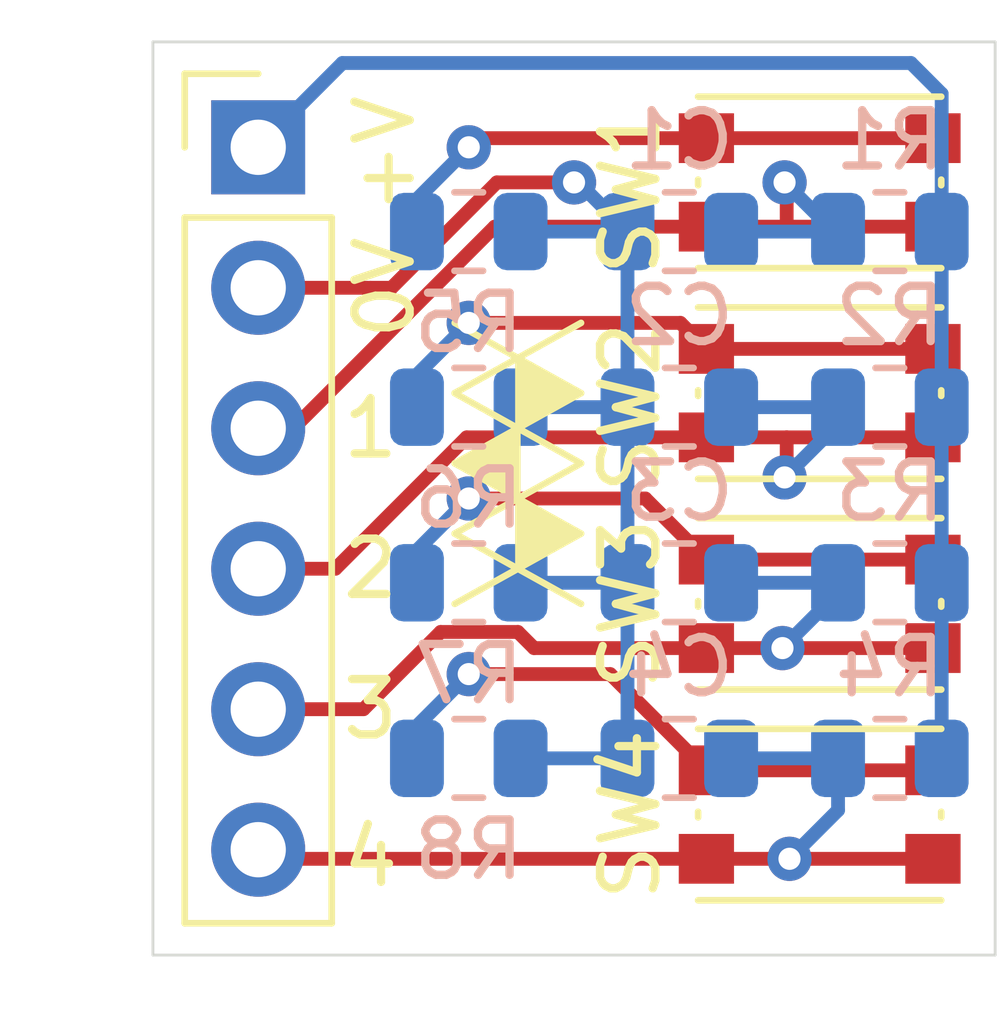
<source format=kicad_pcb>
(kicad_pcb (version 20171130) (host pcbnew "(5.1.2)-1")

  (general
    (thickness 1.6)
    (drawings 10)
    (tracks 86)
    (zones 0)
    (modules 18)
    (nets 11)
  )

  (page A4)
  (layers
    (0 F.Cu signal)
    (31 B.Cu signal)
    (32 B.Adhes user)
    (33 F.Adhes user)
    (34 B.Paste user)
    (35 F.Paste user)
    (36 B.SilkS user)
    (37 F.SilkS user)
    (38 B.Mask user)
    (39 F.Mask user)
    (40 Dwgs.User user)
    (41 Cmts.User user)
    (42 Eco1.User user)
    (43 Eco2.User user)
    (44 Edge.Cuts user)
    (45 Margin user)
    (46 B.CrtYd user)
    (47 F.CrtYd user)
    (48 B.Fab user)
    (49 F.Fab user)
  )

  (setup
    (last_trace_width 0.25)
    (trace_clearance 0.2)
    (zone_clearance 0.508)
    (zone_45_only no)
    (trace_min 0.2)
    (via_size 0.8)
    (via_drill 0.4)
    (via_min_size 0.4)
    (via_min_drill 0.3)
    (uvia_size 0.3)
    (uvia_drill 0.1)
    (uvias_allowed no)
    (uvia_min_size 0.2)
    (uvia_min_drill 0.1)
    (edge_width 0.05)
    (segment_width 0.2)
    (pcb_text_width 0.3)
    (pcb_text_size 1.5 1.5)
    (mod_edge_width 0.12)
    (mod_text_size 1 1)
    (mod_text_width 0.15)
    (pad_size 1.524 1.524)
    (pad_drill 0.762)
    (pad_to_mask_clearance 0.051)
    (solder_mask_min_width 0.25)
    (aux_axis_origin 0 0)
    (visible_elements 7FFFFFFF)
    (pcbplotparams
      (layerselection 0x010fc_ffffffff)
      (usegerberextensions false)
      (usegerberattributes false)
      (usegerberadvancedattributes false)
      (creategerberjobfile false)
      (excludeedgelayer true)
      (linewidth 0.100000)
      (plotframeref false)
      (viasonmask false)
      (mode 1)
      (useauxorigin false)
      (hpglpennumber 1)
      (hpglpenspeed 20)
      (hpglpendiameter 15.000000)
      (psnegative false)
      (psa4output false)
      (plotreference true)
      (plotvalue true)
      (plotinvisibletext false)
      (padsonsilk false)
      (subtractmaskfromsilk false)
      (outputformat 1)
      (mirror false)
      (drillshape 0)
      (scaleselection 1)
      (outputdirectory "gbr/"))
  )

  (net 0 "")
  (net 1 GND)
  (net 2 OUT1)
  (net 3 OUT2)
  (net 4 OUT3)
  (net 5 OUT4)
  (net 6 +V)
  (net 7 "Net-(R5-Pad1)")
  (net 8 "Net-(R6-Pad1)")
  (net 9 "Net-(R7-Pad1)")
  (net 10 "Net-(R8-Pad1)")

  (net_class Default "This is the default net class."
    (clearance 0.2)
    (trace_width 0.25)
    (via_dia 0.8)
    (via_drill 0.4)
    (uvia_dia 0.3)
    (uvia_drill 0.1)
    (add_net +V)
    (add_net GND)
    (add_net "Net-(R5-Pad1)")
    (add_net "Net-(R6-Pad1)")
    (add_net "Net-(R7-Pad1)")
    (add_net "Net-(R8-Pad1)")
    (add_net OUT1)
    (add_net OUT2)
    (add_net OUT3)
    (add_net OUT4)
  )

  (module Symbol:Logo_WM (layer F.Cu) (tedit 5EA02B73) (tstamp 5EA561FB)
    (at 111.379 86.995 90)
    (fp_text reference REF** (at 0 -2.286 90) (layer F.SilkS) hide
      (effects (font (size 1 1) (thickness 0.15)))
    )
    (fp_text value Logo_WM (at 0 2.032 90) (layer F.Fab)
      (effects (font (size 1 1) (thickness 0.15)))
    )
    (fp_poly (pts (xy 0.635 0) (xy 1.905 0) (xy 1.27 1.143)) (layer F.SilkS) (width 0.1))
    (fp_poly (pts (xy -0.635 0) (xy 0.635 0) (xy 0 -1.143)) (layer F.SilkS) (width 0.1))
    (fp_poly (pts (xy -1.905 0) (xy -0.635 0) (xy -1.27 1.143)) (layer F.SilkS) (width 0.1))
    (fp_line (start 1.905 0) (end 2.54 1.143) (layer F.SilkS) (width 0.12))
    (fp_line (start 2.54 -1.143) (end 1.905 0) (layer F.SilkS) (width 0.12))
    (fp_line (start -2.54 1.143) (end -1.905 0) (layer F.SilkS) (width 0.12))
    (fp_line (start -1.905 0) (end -2.54 -1.143) (layer F.SilkS) (width 0.12))
    (fp_line (start -0.635 0) (end -1.27 -1.143) (layer F.SilkS) (width 0.12))
    (fp_line (start -1.905 0) (end -1.27 1.143) (layer F.SilkS) (width 0.12))
    (fp_line (start -1.27 -1.143) (end -1.905 0) (layer F.SilkS) (width 0.12))
    (fp_line (start -1.27 1.143) (end -0.635 0) (layer F.SilkS) (width 0.12))
    (fp_line (start 1.27 -1.143) (end 0.635 0) (layer F.SilkS) (width 0.12))
    (fp_line (start 0.635 0) (end 1.27 1.143) (layer F.SilkS) (width 0.12))
    (fp_line (start 1.27 1.143) (end 1.905 0) (layer F.SilkS) (width 0.12))
    (fp_line (start 1.905 0) (end 1.27 -1.143) (layer F.SilkS) (width 0.12))
    (fp_line (start 0.635 0) (end 0 -1.143) (layer F.SilkS) (width 0.12))
    (fp_line (start 0 1.143) (end 0.635 0) (layer F.SilkS) (width 0.12))
    (fp_line (start -0.635 0) (end 0 1.143) (layer F.SilkS) (width 0.12))
    (fp_line (start 0 -1.143) (end -0.635 0) (layer F.SilkS) (width 0.12))
  )

  (module Button_Switch_SMD:SW_Push_1P1T_NO_CK_KMR2 (layer F.Cu) (tedit 5A02FC95) (tstamp 5EA5536B)
    (at 116.84 93.345)
    (descr "CK components KMR2 tactile switch http://www.ckswitches.com/media/1479/kmr2.pdf")
    (tags "tactile switch kmr2")
    (path /5EA75854)
    (attr smd)
    (fp_text reference SW4 (at -3.429 0 90) (layer F.SilkS)
      (effects (font (size 1 1) (thickness 0.15)))
    )
    (fp_text value SW_Push (at 0 2.55) (layer F.Fab)
      (effects (font (size 1 1) (thickness 0.15)))
    )
    (fp_line (start -2.2 0.05) (end -2.2 -0.05) (layer F.SilkS) (width 0.12))
    (fp_line (start 2.2 -1.55) (end -2.2 -1.55) (layer F.SilkS) (width 0.12))
    (fp_line (start -2.2 1.55) (end 2.2 1.55) (layer F.SilkS) (width 0.12))
    (fp_circle (center 0 0) (end 0 0.8) (layer F.Fab) (width 0.1))
    (fp_line (start -2.8 1.8) (end -2.8 -1.8) (layer F.CrtYd) (width 0.05))
    (fp_line (start 2.8 1.8) (end -2.8 1.8) (layer F.CrtYd) (width 0.05))
    (fp_line (start 2.8 -1.8) (end 2.8 1.8) (layer F.CrtYd) (width 0.05))
    (fp_line (start -2.8 -1.8) (end 2.8 -1.8) (layer F.CrtYd) (width 0.05))
    (fp_line (start 2.2 0.05) (end 2.2 -0.05) (layer F.SilkS) (width 0.12))
    (fp_line (start -2.1 1.4) (end -2.1 -1.4) (layer F.Fab) (width 0.1))
    (fp_line (start 2.1 1.4) (end -2.1 1.4) (layer F.Fab) (width 0.1))
    (fp_line (start 2.1 -1.4) (end 2.1 1.4) (layer F.Fab) (width 0.1))
    (fp_line (start -2.1 -1.4) (end 2.1 -1.4) (layer F.Fab) (width 0.1))
    (fp_text user %R (at 0 -2.45) (layer F.Fab)
      (effects (font (size 1 1) (thickness 0.15)))
    )
    (pad 2 smd rect (at 2.05 0.8 90) (size 0.9 1) (layers F.Cu F.Paste F.Mask)
      (net 5 OUT4))
    (pad 1 smd rect (at 2.05 -0.8 90) (size 0.9 1) (layers F.Cu F.Paste F.Mask)
      (net 10 "Net-(R8-Pad1)"))
    (pad 2 smd rect (at -2.05 0.8 90) (size 0.9 1) (layers F.Cu F.Paste F.Mask)
      (net 5 OUT4))
    (pad 1 smd rect (at -2.05 -0.8 90) (size 0.9 1) (layers F.Cu F.Paste F.Mask)
      (net 10 "Net-(R8-Pad1)"))
    (model ${KISYS3DMOD}/Button_Switch_SMD.3dshapes/SW_Push_1P1T_NO_CK_KMR2.wrl
      (at (xyz 0 0 0))
      (scale (xyz 1 1 1))
      (rotate (xyz 0 0 0))
    )
  )

  (module Button_Switch_SMD:SW_Push_1P1T_NO_CK_KMR2 (layer F.Cu) (tedit 5A02FC95) (tstamp 5EA55355)
    (at 116.84 89.535)
    (descr "CK components KMR2 tactile switch http://www.ckswitches.com/media/1479/kmr2.pdf")
    (tags "tactile switch kmr2")
    (path /5EA73A37)
    (attr smd)
    (fp_text reference SW3 (at -3.429 0 90) (layer F.SilkS)
      (effects (font (size 1 1) (thickness 0.15)))
    )
    (fp_text value SW_Push (at 0 2.55) (layer F.Fab)
      (effects (font (size 1 1) (thickness 0.15)))
    )
    (fp_line (start -2.2 0.05) (end -2.2 -0.05) (layer F.SilkS) (width 0.12))
    (fp_line (start 2.2 -1.55) (end -2.2 -1.55) (layer F.SilkS) (width 0.12))
    (fp_line (start -2.2 1.55) (end 2.2 1.55) (layer F.SilkS) (width 0.12))
    (fp_circle (center 0 0) (end 0 0.8) (layer F.Fab) (width 0.1))
    (fp_line (start -2.8 1.8) (end -2.8 -1.8) (layer F.CrtYd) (width 0.05))
    (fp_line (start 2.8 1.8) (end -2.8 1.8) (layer F.CrtYd) (width 0.05))
    (fp_line (start 2.8 -1.8) (end 2.8 1.8) (layer F.CrtYd) (width 0.05))
    (fp_line (start -2.8 -1.8) (end 2.8 -1.8) (layer F.CrtYd) (width 0.05))
    (fp_line (start 2.2 0.05) (end 2.2 -0.05) (layer F.SilkS) (width 0.12))
    (fp_line (start -2.1 1.4) (end -2.1 -1.4) (layer F.Fab) (width 0.1))
    (fp_line (start 2.1 1.4) (end -2.1 1.4) (layer F.Fab) (width 0.1))
    (fp_line (start 2.1 -1.4) (end 2.1 1.4) (layer F.Fab) (width 0.1))
    (fp_line (start -2.1 -1.4) (end 2.1 -1.4) (layer F.Fab) (width 0.1))
    (fp_text user %R (at 0 -2.45) (layer F.Fab)
      (effects (font (size 1 1) (thickness 0.15)))
    )
    (pad 2 smd rect (at 2.05 0.8 90) (size 0.9 1) (layers F.Cu F.Paste F.Mask)
      (net 4 OUT3))
    (pad 1 smd rect (at 2.05 -0.8 90) (size 0.9 1) (layers F.Cu F.Paste F.Mask)
      (net 9 "Net-(R7-Pad1)"))
    (pad 2 smd rect (at -2.05 0.8 90) (size 0.9 1) (layers F.Cu F.Paste F.Mask)
      (net 4 OUT3))
    (pad 1 smd rect (at -2.05 -0.8 90) (size 0.9 1) (layers F.Cu F.Paste F.Mask)
      (net 9 "Net-(R7-Pad1)"))
    (model ${KISYS3DMOD}/Button_Switch_SMD.3dshapes/SW_Push_1P1T_NO_CK_KMR2.wrl
      (at (xyz 0 0 0))
      (scale (xyz 1 1 1))
      (rotate (xyz 0 0 0))
    )
  )

  (module Button_Switch_SMD:SW_Push_1P1T_NO_CK_KMR2 (layer F.Cu) (tedit 5A02FC95) (tstamp 5EA5533F)
    (at 116.84 85.725)
    (descr "CK components KMR2 tactile switch http://www.ckswitches.com/media/1479/kmr2.pdf")
    (tags "tactile switch kmr2")
    (path /5EA70590)
    (attr smd)
    (fp_text reference SW2 (at -3.429 0.254 90) (layer F.SilkS)
      (effects (font (size 1 1) (thickness 0.15)))
    )
    (fp_text value SW_Push (at 0 2.55) (layer F.Fab)
      (effects (font (size 1 1) (thickness 0.15)))
    )
    (fp_line (start -2.2 0.05) (end -2.2 -0.05) (layer F.SilkS) (width 0.12))
    (fp_line (start 2.2 -1.55) (end -2.2 -1.55) (layer F.SilkS) (width 0.12))
    (fp_line (start -2.2 1.55) (end 2.2 1.55) (layer F.SilkS) (width 0.12))
    (fp_circle (center 0 0) (end 0 0.8) (layer F.Fab) (width 0.1))
    (fp_line (start -2.8 1.8) (end -2.8 -1.8) (layer F.CrtYd) (width 0.05))
    (fp_line (start 2.8 1.8) (end -2.8 1.8) (layer F.CrtYd) (width 0.05))
    (fp_line (start 2.8 -1.8) (end 2.8 1.8) (layer F.CrtYd) (width 0.05))
    (fp_line (start -2.8 -1.8) (end 2.8 -1.8) (layer F.CrtYd) (width 0.05))
    (fp_line (start 2.2 0.05) (end 2.2 -0.05) (layer F.SilkS) (width 0.12))
    (fp_line (start -2.1 1.4) (end -2.1 -1.4) (layer F.Fab) (width 0.1))
    (fp_line (start 2.1 1.4) (end -2.1 1.4) (layer F.Fab) (width 0.1))
    (fp_line (start 2.1 -1.4) (end 2.1 1.4) (layer F.Fab) (width 0.1))
    (fp_line (start -2.1 -1.4) (end 2.1 -1.4) (layer F.Fab) (width 0.1))
    (fp_text user %R (at 0 -2.45) (layer F.Fab)
      (effects (font (size 1 1) (thickness 0.15)))
    )
    (pad 2 smd rect (at 2.05 0.8 90) (size 0.9 1) (layers F.Cu F.Paste F.Mask)
      (net 3 OUT2))
    (pad 1 smd rect (at 2.05 -0.8 90) (size 0.9 1) (layers F.Cu F.Paste F.Mask)
      (net 8 "Net-(R6-Pad1)"))
    (pad 2 smd rect (at -2.05 0.8 90) (size 0.9 1) (layers F.Cu F.Paste F.Mask)
      (net 3 OUT2))
    (pad 1 smd rect (at -2.05 -0.8 90) (size 0.9 1) (layers F.Cu F.Paste F.Mask)
      (net 8 "Net-(R6-Pad1)"))
    (model ${KISYS3DMOD}/Button_Switch_SMD.3dshapes/SW_Push_1P1T_NO_CK_KMR2.wrl
      (at (xyz 0 0 0))
      (scale (xyz 1 1 1))
      (rotate (xyz 0 0 0))
    )
  )

  (module Button_Switch_SMD:SW_Push_1P1T_NO_CK_KMR2 (layer F.Cu) (tedit 5A02FC95) (tstamp 5EA55329)
    (at 116.84 81.915)
    (descr "CK components KMR2 tactile switch http://www.ckswitches.com/media/1479/kmr2.pdf")
    (tags "tactile switch kmr2")
    (path /5EA67D0D)
    (attr smd)
    (fp_text reference SW1 (at -3.429 0.127 90) (layer F.SilkS)
      (effects (font (size 1 1) (thickness 0.15)))
    )
    (fp_text value SW_Push (at 0 2.55) (layer F.Fab)
      (effects (font (size 1 1) (thickness 0.15)))
    )
    (fp_line (start -2.2 0.05) (end -2.2 -0.05) (layer F.SilkS) (width 0.12))
    (fp_line (start 2.2 -1.55) (end -2.2 -1.55) (layer F.SilkS) (width 0.12))
    (fp_line (start -2.2 1.55) (end 2.2 1.55) (layer F.SilkS) (width 0.12))
    (fp_circle (center 0 0) (end 0 0.8) (layer F.Fab) (width 0.1))
    (fp_line (start -2.8 1.8) (end -2.8 -1.8) (layer F.CrtYd) (width 0.05))
    (fp_line (start 2.8 1.8) (end -2.8 1.8) (layer F.CrtYd) (width 0.05))
    (fp_line (start 2.8 -1.8) (end 2.8 1.8) (layer F.CrtYd) (width 0.05))
    (fp_line (start -2.8 -1.8) (end 2.8 -1.8) (layer F.CrtYd) (width 0.05))
    (fp_line (start 2.2 0.05) (end 2.2 -0.05) (layer F.SilkS) (width 0.12))
    (fp_line (start -2.1 1.4) (end -2.1 -1.4) (layer F.Fab) (width 0.1))
    (fp_line (start 2.1 1.4) (end -2.1 1.4) (layer F.Fab) (width 0.1))
    (fp_line (start 2.1 -1.4) (end 2.1 1.4) (layer F.Fab) (width 0.1))
    (fp_line (start -2.1 -1.4) (end 2.1 -1.4) (layer F.Fab) (width 0.1))
    (fp_text user %R (at 0 -2.45) (layer F.Fab)
      (effects (font (size 1 1) (thickness 0.15)))
    )
    (pad 2 smd rect (at 2.05 0.8 90) (size 0.9 1) (layers F.Cu F.Paste F.Mask)
      (net 2 OUT1))
    (pad 1 smd rect (at 2.05 -0.8 90) (size 0.9 1) (layers F.Cu F.Paste F.Mask)
      (net 7 "Net-(R5-Pad1)"))
    (pad 2 smd rect (at -2.05 0.8 90) (size 0.9 1) (layers F.Cu F.Paste F.Mask)
      (net 2 OUT1))
    (pad 1 smd rect (at -2.05 -0.8 90) (size 0.9 1) (layers F.Cu F.Paste F.Mask)
      (net 7 "Net-(R5-Pad1)"))
    (model ${KISYS3DMOD}/Button_Switch_SMD.3dshapes/SW_Push_1P1T_NO_CK_KMR2.wrl
      (at (xyz 0 0 0))
      (scale (xyz 1 1 1))
      (rotate (xyz 0 0 0))
    )
  )

  (module Resistor_SMD:R_0805_2012Metric (layer B.Cu) (tedit 5B36C52B) (tstamp 5EA55313)
    (at 110.49 92.329)
    (descr "Resistor SMD 0805 (2012 Metric), square (rectangular) end terminal, IPC_7351 nominal, (Body size source: https://docs.google.com/spreadsheets/d/1BsfQQcO9C6DZCsRaXUlFlo91Tg2WpOkGARC1WS5S8t0/edit?usp=sharing), generated with kicad-footprint-generator")
    (tags resistor)
    (path /5EA7585A)
    (attr smd)
    (fp_text reference R8 (at 0 1.65) (layer B.SilkS)
      (effects (font (size 1 1) (thickness 0.15)) (justify mirror))
    )
    (fp_text value 1kR (at 0 -1.65) (layer B.Fab)
      (effects (font (size 1 1) (thickness 0.15)) (justify mirror))
    )
    (fp_text user %R (at 0 0) (layer B.Fab)
      (effects (font (size 0.5 0.5) (thickness 0.08)) (justify mirror))
    )
    (fp_line (start 1.68 -0.95) (end -1.68 -0.95) (layer B.CrtYd) (width 0.05))
    (fp_line (start 1.68 0.95) (end 1.68 -0.95) (layer B.CrtYd) (width 0.05))
    (fp_line (start -1.68 0.95) (end 1.68 0.95) (layer B.CrtYd) (width 0.05))
    (fp_line (start -1.68 -0.95) (end -1.68 0.95) (layer B.CrtYd) (width 0.05))
    (fp_line (start -0.258578 -0.71) (end 0.258578 -0.71) (layer B.SilkS) (width 0.12))
    (fp_line (start -0.258578 0.71) (end 0.258578 0.71) (layer B.SilkS) (width 0.12))
    (fp_line (start 1 -0.6) (end -1 -0.6) (layer B.Fab) (width 0.1))
    (fp_line (start 1 0.6) (end 1 -0.6) (layer B.Fab) (width 0.1))
    (fp_line (start -1 0.6) (end 1 0.6) (layer B.Fab) (width 0.1))
    (fp_line (start -1 -0.6) (end -1 0.6) (layer B.Fab) (width 0.1))
    (pad 2 smd roundrect (at 0.9375 0) (size 0.975 1.4) (layers B.Cu B.Paste B.Mask) (roundrect_rratio 0.25)
      (net 1 GND))
    (pad 1 smd roundrect (at -0.9375 0) (size 0.975 1.4) (layers B.Cu B.Paste B.Mask) (roundrect_rratio 0.25)
      (net 10 "Net-(R8-Pad1)"))
    (model ${KISYS3DMOD}/Resistor_SMD.3dshapes/R_0805_2012Metric.wrl
      (at (xyz 0 0 0))
      (scale (xyz 1 1 1))
      (rotate (xyz 0 0 0))
    )
  )

  (module Resistor_SMD:R_0805_2012Metric (layer B.Cu) (tedit 5B36C52B) (tstamp 5EA55302)
    (at 110.49 89.154)
    (descr "Resistor SMD 0805 (2012 Metric), square (rectangular) end terminal, IPC_7351 nominal, (Body size source: https://docs.google.com/spreadsheets/d/1BsfQQcO9C6DZCsRaXUlFlo91Tg2WpOkGARC1WS5S8t0/edit?usp=sharing), generated with kicad-footprint-generator")
    (tags resistor)
    (path /5EA73A3D)
    (attr smd)
    (fp_text reference R7 (at 0 1.65) (layer B.SilkS)
      (effects (font (size 1 1) (thickness 0.15)) (justify mirror))
    )
    (fp_text value 1kR (at 0 -1.65) (layer B.Fab)
      (effects (font (size 1 1) (thickness 0.15)) (justify mirror))
    )
    (fp_text user %R (at 0 0) (layer B.Fab)
      (effects (font (size 0.5 0.5) (thickness 0.08)) (justify mirror))
    )
    (fp_line (start 1.68 -0.95) (end -1.68 -0.95) (layer B.CrtYd) (width 0.05))
    (fp_line (start 1.68 0.95) (end 1.68 -0.95) (layer B.CrtYd) (width 0.05))
    (fp_line (start -1.68 0.95) (end 1.68 0.95) (layer B.CrtYd) (width 0.05))
    (fp_line (start -1.68 -0.95) (end -1.68 0.95) (layer B.CrtYd) (width 0.05))
    (fp_line (start -0.258578 -0.71) (end 0.258578 -0.71) (layer B.SilkS) (width 0.12))
    (fp_line (start -0.258578 0.71) (end 0.258578 0.71) (layer B.SilkS) (width 0.12))
    (fp_line (start 1 -0.6) (end -1 -0.6) (layer B.Fab) (width 0.1))
    (fp_line (start 1 0.6) (end 1 -0.6) (layer B.Fab) (width 0.1))
    (fp_line (start -1 0.6) (end 1 0.6) (layer B.Fab) (width 0.1))
    (fp_line (start -1 -0.6) (end -1 0.6) (layer B.Fab) (width 0.1))
    (pad 2 smd roundrect (at 0.9375 0) (size 0.975 1.4) (layers B.Cu B.Paste B.Mask) (roundrect_rratio 0.25)
      (net 1 GND))
    (pad 1 smd roundrect (at -0.9375 0) (size 0.975 1.4) (layers B.Cu B.Paste B.Mask) (roundrect_rratio 0.25)
      (net 9 "Net-(R7-Pad1)"))
    (model ${KISYS3DMOD}/Resistor_SMD.3dshapes/R_0805_2012Metric.wrl
      (at (xyz 0 0 0))
      (scale (xyz 1 1 1))
      (rotate (xyz 0 0 0))
    )
  )

  (module Resistor_SMD:R_0805_2012Metric (layer B.Cu) (tedit 5B36C52B) (tstamp 5EA552F1)
    (at 110.49 85.979)
    (descr "Resistor SMD 0805 (2012 Metric), square (rectangular) end terminal, IPC_7351 nominal, (Body size source: https://docs.google.com/spreadsheets/d/1BsfQQcO9C6DZCsRaXUlFlo91Tg2WpOkGARC1WS5S8t0/edit?usp=sharing), generated with kicad-footprint-generator")
    (tags resistor)
    (path /5EA70596)
    (attr smd)
    (fp_text reference R6 (at 0 1.65) (layer B.SilkS)
      (effects (font (size 1 1) (thickness 0.15)) (justify mirror))
    )
    (fp_text value 1kR (at 0 -1.65) (layer B.Fab)
      (effects (font (size 1 1) (thickness 0.15)) (justify mirror))
    )
    (fp_text user %R (at 0 0) (layer B.Fab)
      (effects (font (size 0.5 0.5) (thickness 0.08)) (justify mirror))
    )
    (fp_line (start 1.68 -0.95) (end -1.68 -0.95) (layer B.CrtYd) (width 0.05))
    (fp_line (start 1.68 0.95) (end 1.68 -0.95) (layer B.CrtYd) (width 0.05))
    (fp_line (start -1.68 0.95) (end 1.68 0.95) (layer B.CrtYd) (width 0.05))
    (fp_line (start -1.68 -0.95) (end -1.68 0.95) (layer B.CrtYd) (width 0.05))
    (fp_line (start -0.258578 -0.71) (end 0.258578 -0.71) (layer B.SilkS) (width 0.12))
    (fp_line (start -0.258578 0.71) (end 0.258578 0.71) (layer B.SilkS) (width 0.12))
    (fp_line (start 1 -0.6) (end -1 -0.6) (layer B.Fab) (width 0.1))
    (fp_line (start 1 0.6) (end 1 -0.6) (layer B.Fab) (width 0.1))
    (fp_line (start -1 0.6) (end 1 0.6) (layer B.Fab) (width 0.1))
    (fp_line (start -1 -0.6) (end -1 0.6) (layer B.Fab) (width 0.1))
    (pad 2 smd roundrect (at 0.9375 0) (size 0.975 1.4) (layers B.Cu B.Paste B.Mask) (roundrect_rratio 0.25)
      (net 1 GND))
    (pad 1 smd roundrect (at -0.9375 0) (size 0.975 1.4) (layers B.Cu B.Paste B.Mask) (roundrect_rratio 0.25)
      (net 8 "Net-(R6-Pad1)"))
    (model ${KISYS3DMOD}/Resistor_SMD.3dshapes/R_0805_2012Metric.wrl
      (at (xyz 0 0 0))
      (scale (xyz 1 1 1))
      (rotate (xyz 0 0 0))
    )
  )

  (module Resistor_SMD:R_0805_2012Metric (layer B.Cu) (tedit 5B36C52B) (tstamp 5EA552E0)
    (at 110.49 82.804)
    (descr "Resistor SMD 0805 (2012 Metric), square (rectangular) end terminal, IPC_7351 nominal, (Body size source: https://docs.google.com/spreadsheets/d/1BsfQQcO9C6DZCsRaXUlFlo91Tg2WpOkGARC1WS5S8t0/edit?usp=sharing), generated with kicad-footprint-generator")
    (tags resistor)
    (path /5EA68135)
    (attr smd)
    (fp_text reference R5 (at 0 1.65) (layer B.SilkS)
      (effects (font (size 1 1) (thickness 0.15)) (justify mirror))
    )
    (fp_text value 1kR (at 0 -1.65) (layer B.Fab)
      (effects (font (size 1 1) (thickness 0.15)) (justify mirror))
    )
    (fp_text user %R (at 0 0) (layer B.Fab)
      (effects (font (size 0.5 0.5) (thickness 0.08)) (justify mirror))
    )
    (fp_line (start 1.68 -0.95) (end -1.68 -0.95) (layer B.CrtYd) (width 0.05))
    (fp_line (start 1.68 0.95) (end 1.68 -0.95) (layer B.CrtYd) (width 0.05))
    (fp_line (start -1.68 0.95) (end 1.68 0.95) (layer B.CrtYd) (width 0.05))
    (fp_line (start -1.68 -0.95) (end -1.68 0.95) (layer B.CrtYd) (width 0.05))
    (fp_line (start -0.258578 -0.71) (end 0.258578 -0.71) (layer B.SilkS) (width 0.12))
    (fp_line (start -0.258578 0.71) (end 0.258578 0.71) (layer B.SilkS) (width 0.12))
    (fp_line (start 1 -0.6) (end -1 -0.6) (layer B.Fab) (width 0.1))
    (fp_line (start 1 0.6) (end 1 -0.6) (layer B.Fab) (width 0.1))
    (fp_line (start -1 0.6) (end 1 0.6) (layer B.Fab) (width 0.1))
    (fp_line (start -1 -0.6) (end -1 0.6) (layer B.Fab) (width 0.1))
    (pad 2 smd roundrect (at 0.9375 0) (size 0.975 1.4) (layers B.Cu B.Paste B.Mask) (roundrect_rratio 0.25)
      (net 1 GND))
    (pad 1 smd roundrect (at -0.9375 0) (size 0.975 1.4) (layers B.Cu B.Paste B.Mask) (roundrect_rratio 0.25)
      (net 7 "Net-(R5-Pad1)"))
    (model ${KISYS3DMOD}/Resistor_SMD.3dshapes/R_0805_2012Metric.wrl
      (at (xyz 0 0 0))
      (scale (xyz 1 1 1))
      (rotate (xyz 0 0 0))
    )
  )

  (module Resistor_SMD:R_0805_2012Metric (layer B.Cu) (tedit 5B36C52B) (tstamp 5EA552CF)
    (at 118.11 92.329 180)
    (descr "Resistor SMD 0805 (2012 Metric), square (rectangular) end terminal, IPC_7351 nominal, (Body size source: https://docs.google.com/spreadsheets/d/1BsfQQcO9C6DZCsRaXUlFlo91Tg2WpOkGARC1WS5S8t0/edit?usp=sharing), generated with kicad-footprint-generator")
    (tags resistor)
    (path /5EA7584E)
    (attr smd)
    (fp_text reference R4 (at 0 1.65) (layer B.SilkS)
      (effects (font (size 1 1) (thickness 0.15)) (justify mirror))
    )
    (fp_text value 10kR (at 0 -1.65) (layer B.Fab)
      (effects (font (size 1 1) (thickness 0.15)) (justify mirror))
    )
    (fp_text user %R (at 0 0) (layer B.Fab)
      (effects (font (size 0.5 0.5) (thickness 0.08)) (justify mirror))
    )
    (fp_line (start 1.68 -0.95) (end -1.68 -0.95) (layer B.CrtYd) (width 0.05))
    (fp_line (start 1.68 0.95) (end 1.68 -0.95) (layer B.CrtYd) (width 0.05))
    (fp_line (start -1.68 0.95) (end 1.68 0.95) (layer B.CrtYd) (width 0.05))
    (fp_line (start -1.68 -0.95) (end -1.68 0.95) (layer B.CrtYd) (width 0.05))
    (fp_line (start -0.258578 -0.71) (end 0.258578 -0.71) (layer B.SilkS) (width 0.12))
    (fp_line (start -0.258578 0.71) (end 0.258578 0.71) (layer B.SilkS) (width 0.12))
    (fp_line (start 1 -0.6) (end -1 -0.6) (layer B.Fab) (width 0.1))
    (fp_line (start 1 0.6) (end 1 -0.6) (layer B.Fab) (width 0.1))
    (fp_line (start -1 0.6) (end 1 0.6) (layer B.Fab) (width 0.1))
    (fp_line (start -1 -0.6) (end -1 0.6) (layer B.Fab) (width 0.1))
    (pad 2 smd roundrect (at 0.9375 0 180) (size 0.975 1.4) (layers B.Cu B.Paste B.Mask) (roundrect_rratio 0.25)
      (net 5 OUT4))
    (pad 1 smd roundrect (at -0.9375 0 180) (size 0.975 1.4) (layers B.Cu B.Paste B.Mask) (roundrect_rratio 0.25)
      (net 6 +V))
    (model ${KISYS3DMOD}/Resistor_SMD.3dshapes/R_0805_2012Metric.wrl
      (at (xyz 0 0 0))
      (scale (xyz 1 1 1))
      (rotate (xyz 0 0 0))
    )
  )

  (module Resistor_SMD:R_0805_2012Metric (layer B.Cu) (tedit 5B36C52B) (tstamp 5EA552BE)
    (at 118.11 89.154 180)
    (descr "Resistor SMD 0805 (2012 Metric), square (rectangular) end terminal, IPC_7351 nominal, (Body size source: https://docs.google.com/spreadsheets/d/1BsfQQcO9C6DZCsRaXUlFlo91Tg2WpOkGARC1WS5S8t0/edit?usp=sharing), generated with kicad-footprint-generator")
    (tags resistor)
    (path /5EA73A31)
    (attr smd)
    (fp_text reference R3 (at 0 1.65) (layer B.SilkS)
      (effects (font (size 1 1) (thickness 0.15)) (justify mirror))
    )
    (fp_text value 10kR (at 0 -1.65) (layer B.Fab)
      (effects (font (size 1 1) (thickness 0.15)) (justify mirror))
    )
    (fp_text user %R (at 0 0) (layer B.Fab)
      (effects (font (size 0.5 0.5) (thickness 0.08)) (justify mirror))
    )
    (fp_line (start 1.68 -0.95) (end -1.68 -0.95) (layer B.CrtYd) (width 0.05))
    (fp_line (start 1.68 0.95) (end 1.68 -0.95) (layer B.CrtYd) (width 0.05))
    (fp_line (start -1.68 0.95) (end 1.68 0.95) (layer B.CrtYd) (width 0.05))
    (fp_line (start -1.68 -0.95) (end -1.68 0.95) (layer B.CrtYd) (width 0.05))
    (fp_line (start -0.258578 -0.71) (end 0.258578 -0.71) (layer B.SilkS) (width 0.12))
    (fp_line (start -0.258578 0.71) (end 0.258578 0.71) (layer B.SilkS) (width 0.12))
    (fp_line (start 1 -0.6) (end -1 -0.6) (layer B.Fab) (width 0.1))
    (fp_line (start 1 0.6) (end 1 -0.6) (layer B.Fab) (width 0.1))
    (fp_line (start -1 0.6) (end 1 0.6) (layer B.Fab) (width 0.1))
    (fp_line (start -1 -0.6) (end -1 0.6) (layer B.Fab) (width 0.1))
    (pad 2 smd roundrect (at 0.9375 0 180) (size 0.975 1.4) (layers B.Cu B.Paste B.Mask) (roundrect_rratio 0.25)
      (net 4 OUT3))
    (pad 1 smd roundrect (at -0.9375 0 180) (size 0.975 1.4) (layers B.Cu B.Paste B.Mask) (roundrect_rratio 0.25)
      (net 6 +V))
    (model ${KISYS3DMOD}/Resistor_SMD.3dshapes/R_0805_2012Metric.wrl
      (at (xyz 0 0 0))
      (scale (xyz 1 1 1))
      (rotate (xyz 0 0 0))
    )
  )

  (module Resistor_SMD:R_0805_2012Metric (layer B.Cu) (tedit 5B36C52B) (tstamp 5EA552AD)
    (at 118.11 85.979 180)
    (descr "Resistor SMD 0805 (2012 Metric), square (rectangular) end terminal, IPC_7351 nominal, (Body size source: https://docs.google.com/spreadsheets/d/1BsfQQcO9C6DZCsRaXUlFlo91Tg2WpOkGARC1WS5S8t0/edit?usp=sharing), generated with kicad-footprint-generator")
    (tags resistor)
    (path /5EA7058A)
    (attr smd)
    (fp_text reference R2 (at 0 1.65) (layer B.SilkS)
      (effects (font (size 1 1) (thickness 0.15)) (justify mirror))
    )
    (fp_text value 10kR (at 0 -1.65) (layer B.Fab)
      (effects (font (size 1 1) (thickness 0.15)) (justify mirror))
    )
    (fp_text user %R (at 0 0) (layer B.Fab)
      (effects (font (size 0.5 0.5) (thickness 0.08)) (justify mirror))
    )
    (fp_line (start 1.68 -0.95) (end -1.68 -0.95) (layer B.CrtYd) (width 0.05))
    (fp_line (start 1.68 0.95) (end 1.68 -0.95) (layer B.CrtYd) (width 0.05))
    (fp_line (start -1.68 0.95) (end 1.68 0.95) (layer B.CrtYd) (width 0.05))
    (fp_line (start -1.68 -0.95) (end -1.68 0.95) (layer B.CrtYd) (width 0.05))
    (fp_line (start -0.258578 -0.71) (end 0.258578 -0.71) (layer B.SilkS) (width 0.12))
    (fp_line (start -0.258578 0.71) (end 0.258578 0.71) (layer B.SilkS) (width 0.12))
    (fp_line (start 1 -0.6) (end -1 -0.6) (layer B.Fab) (width 0.1))
    (fp_line (start 1 0.6) (end 1 -0.6) (layer B.Fab) (width 0.1))
    (fp_line (start -1 0.6) (end 1 0.6) (layer B.Fab) (width 0.1))
    (fp_line (start -1 -0.6) (end -1 0.6) (layer B.Fab) (width 0.1))
    (pad 2 smd roundrect (at 0.9375 0 180) (size 0.975 1.4) (layers B.Cu B.Paste B.Mask) (roundrect_rratio 0.25)
      (net 3 OUT2))
    (pad 1 smd roundrect (at -0.9375 0 180) (size 0.975 1.4) (layers B.Cu B.Paste B.Mask) (roundrect_rratio 0.25)
      (net 6 +V))
    (model ${KISYS3DMOD}/Resistor_SMD.3dshapes/R_0805_2012Metric.wrl
      (at (xyz 0 0 0))
      (scale (xyz 1 1 1))
      (rotate (xyz 0 0 0))
    )
  )

  (module Resistor_SMD:R_0805_2012Metric (layer B.Cu) (tedit 5B36C52B) (tstamp 5EA5529C)
    (at 118.11 82.804 180)
    (descr "Resistor SMD 0805 (2012 Metric), square (rectangular) end terminal, IPC_7351 nominal, (Body size source: https://docs.google.com/spreadsheets/d/1BsfQQcO9C6DZCsRaXUlFlo91Tg2WpOkGARC1WS5S8t0/edit?usp=sharing), generated with kicad-footprint-generator")
    (tags resistor)
    (path /5EA67819)
    (attr smd)
    (fp_text reference R1 (at 0 1.65) (layer B.SilkS)
      (effects (font (size 1 1) (thickness 0.15)) (justify mirror))
    )
    (fp_text value 10kR (at 0 -1.65) (layer B.Fab)
      (effects (font (size 1 1) (thickness 0.15)) (justify mirror))
    )
    (fp_text user %R (at 0 0) (layer B.Fab)
      (effects (font (size 0.5 0.5) (thickness 0.08)) (justify mirror))
    )
    (fp_line (start 1.68 -0.95) (end -1.68 -0.95) (layer B.CrtYd) (width 0.05))
    (fp_line (start 1.68 0.95) (end 1.68 -0.95) (layer B.CrtYd) (width 0.05))
    (fp_line (start -1.68 0.95) (end 1.68 0.95) (layer B.CrtYd) (width 0.05))
    (fp_line (start -1.68 -0.95) (end -1.68 0.95) (layer B.CrtYd) (width 0.05))
    (fp_line (start -0.258578 -0.71) (end 0.258578 -0.71) (layer B.SilkS) (width 0.12))
    (fp_line (start -0.258578 0.71) (end 0.258578 0.71) (layer B.SilkS) (width 0.12))
    (fp_line (start 1 -0.6) (end -1 -0.6) (layer B.Fab) (width 0.1))
    (fp_line (start 1 0.6) (end 1 -0.6) (layer B.Fab) (width 0.1))
    (fp_line (start -1 0.6) (end 1 0.6) (layer B.Fab) (width 0.1))
    (fp_line (start -1 -0.6) (end -1 0.6) (layer B.Fab) (width 0.1))
    (pad 2 smd roundrect (at 0.9375 0 180) (size 0.975 1.4) (layers B.Cu B.Paste B.Mask) (roundrect_rratio 0.25)
      (net 2 OUT1))
    (pad 1 smd roundrect (at -0.9375 0 180) (size 0.975 1.4) (layers B.Cu B.Paste B.Mask) (roundrect_rratio 0.25)
      (net 6 +V))
    (model ${KISYS3DMOD}/Resistor_SMD.3dshapes/R_0805_2012Metric.wrl
      (at (xyz 0 0 0))
      (scale (xyz 1 1 1))
      (rotate (xyz 0 0 0))
    )
  )

  (module Connector_PinHeader_2.54mm:PinHeader_1x06_P2.54mm_Vertical (layer F.Cu) (tedit 59FED5CC) (tstamp 5EA5528B)
    (at 106.68 81.28)
    (descr "Through hole straight pin header, 1x06, 2.54mm pitch, single row")
    (tags "Through hole pin header THT 1x06 2.54mm single row")
    (path /5EA78B18)
    (fp_text reference J1 (at 0 -2.33) (layer F.SilkS) hide
      (effects (font (size 1 1) (thickness 0.15)))
    )
    (fp_text value Conn_01x06 (at 0 15.03) (layer F.Fab)
      (effects (font (size 1 1) (thickness 0.15)))
    )
    (fp_text user %R (at 0 6.35 90) (layer F.Fab)
      (effects (font (size 1 1) (thickness 0.15)))
    )
    (fp_line (start 1.8 -1.8) (end -1.8 -1.8) (layer F.CrtYd) (width 0.05))
    (fp_line (start 1.8 14.5) (end 1.8 -1.8) (layer F.CrtYd) (width 0.05))
    (fp_line (start -1.8 14.5) (end 1.8 14.5) (layer F.CrtYd) (width 0.05))
    (fp_line (start -1.8 -1.8) (end -1.8 14.5) (layer F.CrtYd) (width 0.05))
    (fp_line (start -1.33 -1.33) (end 0 -1.33) (layer F.SilkS) (width 0.12))
    (fp_line (start -1.33 0) (end -1.33 -1.33) (layer F.SilkS) (width 0.12))
    (fp_line (start -1.33 1.27) (end 1.33 1.27) (layer F.SilkS) (width 0.12))
    (fp_line (start 1.33 1.27) (end 1.33 14.03) (layer F.SilkS) (width 0.12))
    (fp_line (start -1.33 1.27) (end -1.33 14.03) (layer F.SilkS) (width 0.12))
    (fp_line (start -1.33 14.03) (end 1.33 14.03) (layer F.SilkS) (width 0.12))
    (fp_line (start -1.27 -0.635) (end -0.635 -1.27) (layer F.Fab) (width 0.1))
    (fp_line (start -1.27 13.97) (end -1.27 -0.635) (layer F.Fab) (width 0.1))
    (fp_line (start 1.27 13.97) (end -1.27 13.97) (layer F.Fab) (width 0.1))
    (fp_line (start 1.27 -1.27) (end 1.27 13.97) (layer F.Fab) (width 0.1))
    (fp_line (start -0.635 -1.27) (end 1.27 -1.27) (layer F.Fab) (width 0.1))
    (pad 6 thru_hole oval (at 0 12.7) (size 1.7 1.7) (drill 1) (layers *.Cu *.Mask)
      (net 5 OUT4))
    (pad 5 thru_hole oval (at 0 10.16) (size 1.7 1.7) (drill 1) (layers *.Cu *.Mask)
      (net 4 OUT3))
    (pad 4 thru_hole oval (at 0 7.62) (size 1.7 1.7) (drill 1) (layers *.Cu *.Mask)
      (net 3 OUT2))
    (pad 3 thru_hole oval (at 0 5.08) (size 1.7 1.7) (drill 1) (layers *.Cu *.Mask)
      (net 2 OUT1))
    (pad 2 thru_hole oval (at 0 2.54) (size 1.7 1.7) (drill 1) (layers *.Cu *.Mask)
      (net 1 GND))
    (pad 1 thru_hole rect (at 0 0) (size 1.7 1.7) (drill 1) (layers *.Cu *.Mask)
      (net 6 +V))
    (model ${KISYS3DMOD}/Connector_PinHeader_2.54mm.3dshapes/PinHeader_1x06_P2.54mm_Vertical.wrl
      (at (xyz 0 0 0))
      (scale (xyz 1 1 1))
      (rotate (xyz 0 0 0))
    )
  )

  (module Capacitor_SMD:C_0805_2012Metric (layer B.Cu) (tedit 5B36C52B) (tstamp 5EA55271)
    (at 114.3 92.329 180)
    (descr "Capacitor SMD 0805 (2012 Metric), square (rectangular) end terminal, IPC_7351 nominal, (Body size source: https://docs.google.com/spreadsheets/d/1BsfQQcO9C6DZCsRaXUlFlo91Tg2WpOkGARC1WS5S8t0/edit?usp=sharing), generated with kicad-footprint-generator")
    (tags capacitor)
    (path /5EA75848)
    (attr smd)
    (fp_text reference C4 (at 0 1.65) (layer B.SilkS)
      (effects (font (size 1 1) (thickness 0.15)) (justify mirror))
    )
    (fp_text value 1pF (at 0 -1.65) (layer B.Fab)
      (effects (font (size 1 1) (thickness 0.15)) (justify mirror))
    )
    (fp_text user %R (at 0 0) (layer B.Fab)
      (effects (font (size 0.5 0.5) (thickness 0.08)) (justify mirror))
    )
    (fp_line (start 1.68 -0.95) (end -1.68 -0.95) (layer B.CrtYd) (width 0.05))
    (fp_line (start 1.68 0.95) (end 1.68 -0.95) (layer B.CrtYd) (width 0.05))
    (fp_line (start -1.68 0.95) (end 1.68 0.95) (layer B.CrtYd) (width 0.05))
    (fp_line (start -1.68 -0.95) (end -1.68 0.95) (layer B.CrtYd) (width 0.05))
    (fp_line (start -0.258578 -0.71) (end 0.258578 -0.71) (layer B.SilkS) (width 0.12))
    (fp_line (start -0.258578 0.71) (end 0.258578 0.71) (layer B.SilkS) (width 0.12))
    (fp_line (start 1 -0.6) (end -1 -0.6) (layer B.Fab) (width 0.1))
    (fp_line (start 1 0.6) (end 1 -0.6) (layer B.Fab) (width 0.1))
    (fp_line (start -1 0.6) (end 1 0.6) (layer B.Fab) (width 0.1))
    (fp_line (start -1 -0.6) (end -1 0.6) (layer B.Fab) (width 0.1))
    (pad 2 smd roundrect (at 0.9375 0 180) (size 0.975 1.4) (layers B.Cu B.Paste B.Mask) (roundrect_rratio 0.25)
      (net 1 GND))
    (pad 1 smd roundrect (at -0.9375 0 180) (size 0.975 1.4) (layers B.Cu B.Paste B.Mask) (roundrect_rratio 0.25)
      (net 5 OUT4))
    (model ${KISYS3DMOD}/Capacitor_SMD.3dshapes/C_0805_2012Metric.wrl
      (at (xyz 0 0 0))
      (scale (xyz 1 1 1))
      (rotate (xyz 0 0 0))
    )
  )

  (module Capacitor_SMD:C_0805_2012Metric (layer B.Cu) (tedit 5B36C52B) (tstamp 5EA55260)
    (at 114.3 89.154 180)
    (descr "Capacitor SMD 0805 (2012 Metric), square (rectangular) end terminal, IPC_7351 nominal, (Body size source: https://docs.google.com/spreadsheets/d/1BsfQQcO9C6DZCsRaXUlFlo91Tg2WpOkGARC1WS5S8t0/edit?usp=sharing), generated with kicad-footprint-generator")
    (tags capacitor)
    (path /5EA73A2B)
    (attr smd)
    (fp_text reference C3 (at 0 1.65) (layer B.SilkS)
      (effects (font (size 1 1) (thickness 0.15)) (justify mirror))
    )
    (fp_text value 1pF (at 0 -1.65) (layer B.Fab)
      (effects (font (size 1 1) (thickness 0.15)) (justify mirror))
    )
    (fp_text user %R (at 0 0) (layer B.Fab)
      (effects (font (size 0.5 0.5) (thickness 0.08)) (justify mirror))
    )
    (fp_line (start 1.68 -0.95) (end -1.68 -0.95) (layer B.CrtYd) (width 0.05))
    (fp_line (start 1.68 0.95) (end 1.68 -0.95) (layer B.CrtYd) (width 0.05))
    (fp_line (start -1.68 0.95) (end 1.68 0.95) (layer B.CrtYd) (width 0.05))
    (fp_line (start -1.68 -0.95) (end -1.68 0.95) (layer B.CrtYd) (width 0.05))
    (fp_line (start -0.258578 -0.71) (end 0.258578 -0.71) (layer B.SilkS) (width 0.12))
    (fp_line (start -0.258578 0.71) (end 0.258578 0.71) (layer B.SilkS) (width 0.12))
    (fp_line (start 1 -0.6) (end -1 -0.6) (layer B.Fab) (width 0.1))
    (fp_line (start 1 0.6) (end 1 -0.6) (layer B.Fab) (width 0.1))
    (fp_line (start -1 0.6) (end 1 0.6) (layer B.Fab) (width 0.1))
    (fp_line (start -1 -0.6) (end -1 0.6) (layer B.Fab) (width 0.1))
    (pad 2 smd roundrect (at 0.9375 0 180) (size 0.975 1.4) (layers B.Cu B.Paste B.Mask) (roundrect_rratio 0.25)
      (net 1 GND))
    (pad 1 smd roundrect (at -0.9375 0 180) (size 0.975 1.4) (layers B.Cu B.Paste B.Mask) (roundrect_rratio 0.25)
      (net 4 OUT3))
    (model ${KISYS3DMOD}/Capacitor_SMD.3dshapes/C_0805_2012Metric.wrl
      (at (xyz 0 0 0))
      (scale (xyz 1 1 1))
      (rotate (xyz 0 0 0))
    )
  )

  (module Capacitor_SMD:C_0805_2012Metric (layer B.Cu) (tedit 5B36C52B) (tstamp 5EA5524F)
    (at 114.3 85.979 180)
    (descr "Capacitor SMD 0805 (2012 Metric), square (rectangular) end terminal, IPC_7351 nominal, (Body size source: https://docs.google.com/spreadsheets/d/1BsfQQcO9C6DZCsRaXUlFlo91Tg2WpOkGARC1WS5S8t0/edit?usp=sharing), generated with kicad-footprint-generator")
    (tags capacitor)
    (path /5EA70584)
    (attr smd)
    (fp_text reference C2 (at 0 1.65) (layer B.SilkS)
      (effects (font (size 1 1) (thickness 0.15)) (justify mirror))
    )
    (fp_text value 1pF (at 0 -1.65) (layer B.Fab)
      (effects (font (size 1 1) (thickness 0.15)) (justify mirror))
    )
    (fp_text user %R (at 0 0) (layer B.Fab)
      (effects (font (size 0.5 0.5) (thickness 0.08)) (justify mirror))
    )
    (fp_line (start 1.68 -0.95) (end -1.68 -0.95) (layer B.CrtYd) (width 0.05))
    (fp_line (start 1.68 0.95) (end 1.68 -0.95) (layer B.CrtYd) (width 0.05))
    (fp_line (start -1.68 0.95) (end 1.68 0.95) (layer B.CrtYd) (width 0.05))
    (fp_line (start -1.68 -0.95) (end -1.68 0.95) (layer B.CrtYd) (width 0.05))
    (fp_line (start -0.258578 -0.71) (end 0.258578 -0.71) (layer B.SilkS) (width 0.12))
    (fp_line (start -0.258578 0.71) (end 0.258578 0.71) (layer B.SilkS) (width 0.12))
    (fp_line (start 1 -0.6) (end -1 -0.6) (layer B.Fab) (width 0.1))
    (fp_line (start 1 0.6) (end 1 -0.6) (layer B.Fab) (width 0.1))
    (fp_line (start -1 0.6) (end 1 0.6) (layer B.Fab) (width 0.1))
    (fp_line (start -1 -0.6) (end -1 0.6) (layer B.Fab) (width 0.1))
    (pad 2 smd roundrect (at 0.9375 0 180) (size 0.975 1.4) (layers B.Cu B.Paste B.Mask) (roundrect_rratio 0.25)
      (net 1 GND))
    (pad 1 smd roundrect (at -0.9375 0 180) (size 0.975 1.4) (layers B.Cu B.Paste B.Mask) (roundrect_rratio 0.25)
      (net 3 OUT2))
    (model ${KISYS3DMOD}/Capacitor_SMD.3dshapes/C_0805_2012Metric.wrl
      (at (xyz 0 0 0))
      (scale (xyz 1 1 1))
      (rotate (xyz 0 0 0))
    )
  )

  (module Capacitor_SMD:C_0805_2012Metric (layer B.Cu) (tedit 5B36C52B) (tstamp 5EA5523E)
    (at 114.3 82.804 180)
    (descr "Capacitor SMD 0805 (2012 Metric), square (rectangular) end terminal, IPC_7351 nominal, (Body size source: https://docs.google.com/spreadsheets/d/1BsfQQcO9C6DZCsRaXUlFlo91Tg2WpOkGARC1WS5S8t0/edit?usp=sharing), generated with kicad-footprint-generator")
    (tags capacitor)
    (path /5EA675CF)
    (attr smd)
    (fp_text reference C1 (at 0 1.65) (layer B.SilkS)
      (effects (font (size 1 1) (thickness 0.15)) (justify mirror))
    )
    (fp_text value 1pF (at 0 -1.65) (layer B.Fab)
      (effects (font (size 1 1) (thickness 0.15)) (justify mirror))
    )
    (fp_text user %R (at 0 0) (layer B.Fab)
      (effects (font (size 0.5 0.5) (thickness 0.08)) (justify mirror))
    )
    (fp_line (start 1.68 -0.95) (end -1.68 -0.95) (layer B.CrtYd) (width 0.05))
    (fp_line (start 1.68 0.95) (end 1.68 -0.95) (layer B.CrtYd) (width 0.05))
    (fp_line (start -1.68 0.95) (end 1.68 0.95) (layer B.CrtYd) (width 0.05))
    (fp_line (start -1.68 -0.95) (end -1.68 0.95) (layer B.CrtYd) (width 0.05))
    (fp_line (start -0.258578 -0.71) (end 0.258578 -0.71) (layer B.SilkS) (width 0.12))
    (fp_line (start -0.258578 0.71) (end 0.258578 0.71) (layer B.SilkS) (width 0.12))
    (fp_line (start 1 -0.6) (end -1 -0.6) (layer B.Fab) (width 0.1))
    (fp_line (start 1 0.6) (end 1 -0.6) (layer B.Fab) (width 0.1))
    (fp_line (start -1 0.6) (end 1 0.6) (layer B.Fab) (width 0.1))
    (fp_line (start -1 -0.6) (end -1 0.6) (layer B.Fab) (width 0.1))
    (pad 2 smd roundrect (at 0.9375 0 180) (size 0.975 1.4) (layers B.Cu B.Paste B.Mask) (roundrect_rratio 0.25)
      (net 1 GND))
    (pad 1 smd roundrect (at -0.9375 0 180) (size 0.975 1.4) (layers B.Cu B.Paste B.Mask) (roundrect_rratio 0.25)
      (net 2 OUT1))
    (model ${KISYS3DMOD}/Capacitor_SMD.3dshapes/C_0805_2012Metric.wrl
      (at (xyz 0 0 0))
      (scale (xyz 1 1 1))
      (rotate (xyz 0 0 0))
    )
  )

  (gr_text 4 (at 108.712 94.107) (layer F.SilkS)
    (effects (font (size 1 1) (thickness 0.15)))
  )
  (gr_text 3 (at 108.712 91.44) (layer F.SilkS)
    (effects (font (size 1 1) (thickness 0.15)))
  )
  (gr_text 2 (at 108.712 88.9) (layer F.SilkS)
    (effects (font (size 1 1) (thickness 0.15)))
  )
  (gr_text 1 (at 108.712 86.36) (layer F.SilkS)
    (effects (font (size 1 1) (thickness 0.15)))
  )
  (gr_text 0V (at 108.966 83.82 90) (layer F.SilkS)
    (effects (font (size 1 1) (thickness 0.15)))
  )
  (gr_text +V (at 108.966 81.407 90) (layer F.SilkS)
    (effects (font (size 1 1) (thickness 0.15)))
  )
  (gr_line (start 104.775 95.885) (end 104.775 79.375) (layer Edge.Cuts) (width 0.05) (tstamp 5EA5564F))
  (gr_line (start 120.015 95.885) (end 104.775 95.885) (layer Edge.Cuts) (width 0.05))
  (gr_line (start 120.015 79.375) (end 120.015 95.885) (layer Edge.Cuts) (width 0.05))
  (gr_line (start 104.775 79.375) (end 120.015 79.375) (layer Edge.Cuts) (width 0.05))

  (segment (start 113.3625 82.804) (end 111.4275 82.804) (width 0.25) (layer B.Cu) (net 1))
  (segment (start 113.3625 85.979) (end 111.4275 85.979) (width 0.25) (layer B.Cu) (net 1))
  (segment (start 113.3625 89.154) (end 111.4275 89.154) (width 0.25) (layer B.Cu) (net 1))
  (segment (start 113.3625 92.329) (end 111.4275 92.329) (width 0.25) (layer B.Cu) (net 1))
  (segment (start 113.3625 82.804) (end 113.3625 85.979) (width 0.25) (layer B.Cu) (net 1))
  (segment (start 113.3625 85.979) (end 113.3625 89.154) (width 0.25) (layer B.Cu) (net 1))
  (segment (start 113.3625 89.154) (end 113.3625 92.329) (width 0.25) (layer B.Cu) (net 1))
  (segment (start 106.68 83.82) (end 108.712 83.82) (width 0.25) (layer F.Cu) (net 1))
  (segment (start 108.712 83.82) (end 109.093 83.82) (width 0.25) (layer F.Cu) (net 1))
  (via (at 112.395 81.915) (size 0.8) (drill 0.4) (layers F.Cu B.Cu) (net 1))
  (segment (start 109.093 83.82) (end 110.998 81.915) (width 0.25) (layer F.Cu) (net 1))
  (segment (start 110.998 81.915) (end 112.395 81.915) (width 0.25) (layer F.Cu) (net 1))
  (segment (start 112.4735 81.915) (end 113.3625 82.804) (width 0.25) (layer B.Cu) (net 1))
  (segment (start 112.395 81.915) (end 112.4735 81.915) (width 0.25) (layer B.Cu) (net 1))
  (segment (start 117.1725 82.804) (end 115.2375 82.804) (width 0.25) (layer B.Cu) (net 2))
  (segment (start 114.79 82.715) (end 110.96 82.715) (width 0.25) (layer F.Cu) (net 2))
  (segment (start 107.315 86.36) (end 106.68 86.36) (width 0.25) (layer F.Cu) (net 2))
  (segment (start 110.96 82.715) (end 107.315 86.36) (width 0.25) (layer F.Cu) (net 2))
  (via (at 116.205 81.915) (size 0.8) (drill 0.4) (layers F.Cu B.Cu) (net 2))
  (segment (start 117.1725 82.804) (end 117.094 82.804) (width 0.25) (layer B.Cu) (net 2))
  (segment (start 117.094 82.804) (end 116.205 81.915) (width 0.25) (layer B.Cu) (net 2))
  (segment (start 116.243 81.953) (end 116.243 82.715) (width 0.25) (layer F.Cu) (net 2))
  (segment (start 116.205 81.915) (end 116.243 81.953) (width 0.25) (layer F.Cu) (net 2))
  (segment (start 114.79 82.715) (end 116.243 82.715) (width 0.25) (layer F.Cu) (net 2))
  (segment (start 116.243 82.715) (end 118.89 82.715) (width 0.25) (layer F.Cu) (net 2))
  (segment (start 117.1725 85.979) (end 115.2375 85.979) (width 0.25) (layer B.Cu) (net 3))
  (segment (start 114.79 86.525) (end 110.452 86.525) (width 0.25) (layer F.Cu) (net 3))
  (segment (start 108.077 88.9) (end 106.68 88.9) (width 0.25) (layer F.Cu) (net 3))
  (segment (start 110.452 86.525) (end 108.077 88.9) (width 0.25) (layer F.Cu) (net 3))
  (via (at 116.205 87.249) (size 0.8) (drill 0.4) (layers F.Cu B.Cu) (net 3))
  (segment (start 117.1725 85.979) (end 117.1725 86.2815) (width 0.25) (layer B.Cu) (net 3))
  (segment (start 117.1725 86.2815) (end 116.205 87.249) (width 0.25) (layer B.Cu) (net 3))
  (segment (start 116.243 87.211) (end 116.243 86.525) (width 0.25) (layer F.Cu) (net 3))
  (segment (start 116.205 87.249) (end 116.243 87.211) (width 0.25) (layer F.Cu) (net 3))
  (segment (start 118.89 86.525) (end 116.243 86.525) (width 0.25) (layer F.Cu) (net 3))
  (segment (start 116.243 86.525) (end 114.79 86.525) (width 0.25) (layer F.Cu) (net 3))
  (segment (start 117.1725 89.154) (end 115.2375 89.154) (width 0.25) (layer B.Cu) (net 4))
  (segment (start 114.79 90.335) (end 111.671 90.335) (width 0.25) (layer F.Cu) (net 4))
  (segment (start 111.671 90.335) (end 111.379 90.043) (width 0.25) (layer F.Cu) (net 4))
  (segment (start 111.379 90.043) (end 109.982 90.043) (width 0.25) (layer F.Cu) (net 4))
  (segment (start 108.585 91.44) (end 106.68 91.44) (width 0.25) (layer F.Cu) (net 4))
  (segment (start 109.982 90.043) (end 108.585 91.44) (width 0.25) (layer F.Cu) (net 4))
  (via (at 116.167 90.335) (size 0.8) (drill 0.4) (layers F.Cu B.Cu) (net 4))
  (segment (start 117.1725 89.3295) (end 116.167 90.335) (width 0.25) (layer B.Cu) (net 4))
  (segment (start 117.1725 89.154) (end 117.1725 89.3295) (width 0.25) (layer B.Cu) (net 4))
  (segment (start 114.79 90.335) (end 116.167 90.335) (width 0.25) (layer F.Cu) (net 4))
  (segment (start 116.167 90.335) (end 118.89 90.335) (width 0.25) (layer F.Cu) (net 4))
  (segment (start 117.1725 92.329) (end 115.2375 92.329) (width 0.25) (layer B.Cu) (net 5))
  (segment (start 106.845 94.145) (end 106.68 93.98) (width 0.25) (layer F.Cu) (net 5))
  (segment (start 114.79 94.145) (end 106.845 94.145) (width 0.25) (layer F.Cu) (net 5))
  (via (at 116.294 94.145) (size 0.8) (drill 0.4) (layers F.Cu B.Cu) (net 5))
  (segment (start 117.1725 93.2665) (end 116.294 94.145) (width 0.25) (layer B.Cu) (net 5))
  (segment (start 117.1725 92.329) (end 117.1725 93.2665) (width 0.25) (layer B.Cu) (net 5))
  (segment (start 114.79 94.145) (end 116.294 94.145) (width 0.25) (layer F.Cu) (net 5))
  (segment (start 116.294 94.145) (end 118.89 94.145) (width 0.25) (layer F.Cu) (net 5))
  (segment (start 119.0475 80.3125) (end 119.0475 82.804) (width 0.25) (layer B.Cu) (net 6))
  (segment (start 118.491 79.756) (end 119.0475 80.3125) (width 0.25) (layer B.Cu) (net 6))
  (segment (start 106.68 81.28) (end 108.204 79.756) (width 0.25) (layer B.Cu) (net 6))
  (segment (start 108.204 79.756) (end 118.491 79.756) (width 0.25) (layer B.Cu) (net 6))
  (segment (start 119.0475 82.804) (end 119.0475 85.979) (width 0.25) (layer B.Cu) (net 6))
  (segment (start 119.0475 85.979) (end 119.0475 89.154) (width 0.25) (layer B.Cu) (net 6))
  (segment (start 119.0475 89.154) (end 119.0475 92.329) (width 0.25) (layer B.Cu) (net 6))
  (via (at 110.49 81.28) (size 0.8) (drill 0.4) (layers F.Cu B.Cu) (net 7))
  (segment (start 109.5525 82.804) (end 109.5525 82.2175) (width 0.25) (layer B.Cu) (net 7))
  (segment (start 109.5525 82.2175) (end 110.49 81.28) (width 0.25) (layer B.Cu) (net 7))
  (segment (start 110.655 81.115) (end 114.79 81.115) (width 0.25) (layer F.Cu) (net 7))
  (segment (start 110.49 81.28) (end 110.655 81.115) (width 0.25) (layer F.Cu) (net 7))
  (segment (start 114.79 81.115) (end 118.89 81.115) (width 0.25) (layer F.Cu) (net 7))
  (via (at 110.49 84.455) (size 0.8) (drill 0.4) (layers F.Cu B.Cu) (net 8))
  (segment (start 109.5525 85.979) (end 109.5525 85.3925) (width 0.25) (layer B.Cu) (net 8))
  (segment (start 109.5525 85.3925) (end 110.49 84.455) (width 0.25) (layer B.Cu) (net 8))
  (segment (start 114.32 84.455) (end 114.79 84.925) (width 0.25) (layer F.Cu) (net 8))
  (segment (start 110.49 84.455) (end 114.32 84.455) (width 0.25) (layer F.Cu) (net 8))
  (segment (start 114.79 84.925) (end 118.89 84.925) (width 0.25) (layer F.Cu) (net 8))
  (via (at 110.49 87.63) (size 0.8) (drill 0.4) (layers F.Cu B.Cu) (net 9))
  (segment (start 109.5525 89.154) (end 109.5525 88.5675) (width 0.25) (layer B.Cu) (net 9))
  (segment (start 109.5525 88.5675) (end 110.49 87.63) (width 0.25) (layer B.Cu) (net 9))
  (segment (start 113.685 87.63) (end 114.79 88.735) (width 0.25) (layer F.Cu) (net 9))
  (segment (start 110.49 87.63) (end 113.685 87.63) (width 0.25) (layer F.Cu) (net 9))
  (segment (start 114.79 88.735) (end 118.89 88.735) (width 0.25) (layer F.Cu) (net 9))
  (via (at 110.49 90.805) (size 0.8) (drill 0.4) (layers F.Cu B.Cu) (net 10))
  (segment (start 109.5525 92.329) (end 109.5525 91.7425) (width 0.25) (layer B.Cu) (net 10))
  (segment (start 109.5525 91.7425) (end 110.49 90.805) (width 0.25) (layer B.Cu) (net 10))
  (segment (start 113.05 90.805) (end 114.79 92.545) (width 0.25) (layer F.Cu) (net 10))
  (segment (start 110.49 90.805) (end 113.05 90.805) (width 0.25) (layer F.Cu) (net 10))
  (segment (start 118.89 92.545) (end 114.79 92.545) (width 0.25) (layer F.Cu) (net 10))

)

</source>
